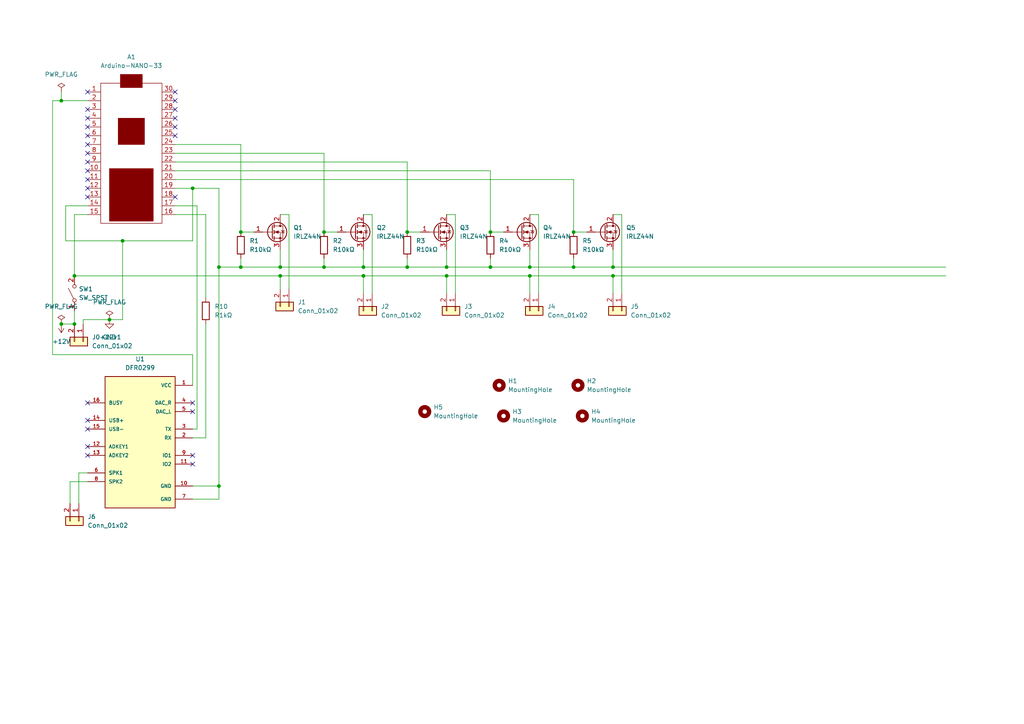
<source format=kicad_sch>
(kicad_sch (version 20211123) (generator eeschema)
  (paper "A4")
  (lib_symbols
    (symbol "Arduino-nano-33:Arduino-NANO-33" (pin_names (offset 1.016) hide)
      (property "Reference" "A1" (at 0 27.94 0))
      (property "Value" "Arduino-NANO-33" (at 0 25.4 0))
      (symbol "Arduino-NANO-33_0_1"
        (rectangle (start -8.89 -20.32) (end 8.89 20.32))
        (rectangle (start -3.81 10.16) (end 3.81 2.54) (fill (type outline)))
        (rectangle (start -3.175 22.86) (end 3.175 19.05) (fill (type outline)))
        (rectangle (start 6.35 -19.685) (end -6.35 -4.445) (fill (type outline)))
      )
      (symbol "Arduino-NANO-33_1_1"
        (pin passive line (at -12.7 17.78 0) (length 3.81) (name "D13~") (number "1"))
        (pin passive line (at -12.7 -5.08 0) (length 3.81) (name "A6") (number "10"))
        (pin passive line (at -12.7 -7.62 0) (length 3.81) (name "A7") (number "11"))
        (pin passive line (at -12.7 -10.16 0) (length 3.81) (name "+5V") (number "12"))
        (pin passive line (at -12.7 -12.7 0) (length 3.81) (name "RESET") (number "13"))
        (pin passive line (at -12.7 -15.24 0) (length 3.81) (name "GND") (number "14"))
        (pin passive line (at -12.7 -17.78 0) (length 3.81) (name "VIN") (number "15"))
        (pin passive line (at 12.7 -17.78 180) (length 3.81) (name "TX") (number "16"))
        (pin passive line (at 12.7 -15.24 180) (length 3.81) (name "RX") (number "17"))
        (pin passive line (at 12.7 -12.7 180) (length 3.81) (name "RESET") (number "18"))
        (pin passive line (at 12.7 -10.16 180) (length 3.81) (name "GND") (number "19"))
        (pin passive line (at -12.7 15.24 0) (length 3.81) (name "+3V3") (number "2"))
        (pin passive line (at 12.7 -7.62 180) (length 3.81) (name "~D2") (number "20"))
        (pin passive line (at 12.7 -5.08 180) (length 3.81) (name "~D3") (number "21"))
        (pin passive line (at 12.7 -2.54 180) (length 3.81) (name "~D4") (number "22"))
        (pin passive line (at 12.7 0 180) (length 3.81) (name "~D5") (number "23"))
        (pin passive line (at 12.7 2.54 180) (length 3.81) (name "~D6") (number "24"))
        (pin passive line (at 12.7 5.08 180) (length 3.81) (name "~D7") (number "25"))
        (pin passive line (at 12.7 7.62 180) (length 3.81) (name "~D8") (number "26"))
        (pin passive line (at 12.7 10.16 180) (length 3.81) (name "~D9") (number "27"))
        (pin passive line (at 12.7 12.7 180) (length 3.81) (name "~D10") (number "28"))
        (pin passive line (at 12.7 15.24 180) (length 3.81) (name "CIPI") (number "29"))
        (pin passive line (at -12.7 12.7 0) (length 3.81) (name "AREF") (number "3"))
        (pin passive line (at 12.7 17.78 180) (length 3.81) (name "CIPO") (number "30"))
        (pin passive line (at -12.7 10.16 0) (length 3.81) (name "A0") (number "4"))
        (pin passive line (at -12.7 7.62 0) (length 3.81) (name "A1") (number "5"))
        (pin passive line (at -12.7 5.08 0) (length 3.81) (name "A2") (number "6"))
        (pin passive line (at -12.7 2.54 0) (length 3.81) (name "A3") (number "7"))
        (pin passive line (at -12.7 0 0) (length 3.81) (name "A4") (number "8"))
        (pin passive line (at -12.7 -2.54 0) (length 3.81) (name "A5") (number "9"))
      )
    )
    (symbol "Connector_Generic:Conn_01x02" (pin_names (offset 1.016) hide)
      (property "Reference" "J" (at 0 2.54 0))
      (property "Value" "Conn_01x02" (at 0 -5.08 0))
      (symbol "Conn_01x02_1_1"
        (rectangle (start -1.27 -2.413) (end 0 -2.667) (stroke (width 0.1524)))
        (rectangle (start -1.27 0.127) (end 0 -0.127) (stroke (width 0.1524)))
        (rectangle (start -1.27 1.27) (end 1.27 -3.81) (stroke (width 0.254)) (fill (type background)))
        (pin passive line (at -5.08 0 0) (length 3.81) (name "Pin_1") (number "1"))
        (pin passive line (at -5.08 -2.54 0) (length 3.81) (name "Pin_2") (number "2"))
      )
    )
    (symbol "DFR0299:DFR0299" (pin_names (offset 1.016))
      (property "Reference" "U1" (at 0 22.86 0))
      (property "Value" "DFR0299" (at 0 20.32 0))
      (symbol "DFR0299_0_0"
        (rectangle (start -10.16 -20.32) (end 10.16 17.78) (stroke (width 0.254)) (fill (type background)))
        (pin power_in line (at 15.24 15.24 180) (length 5.08) (name "VCC") (number "1"))
        (pin passive line (at 15.24 -13.97 180) (length 5.08) (name "GND") (number "10"))
        (pin bidirectional line (at 15.24 -7.62 180) (length 5.08) (name "IO2") (number "11"))
        (pin input line (at -15.24 -2.54 0) (length 5.08) (name "ADKEY1") (number "12"))
        (pin input line (at -15.24 -5.08 0) (length 5.08) (name "ADKEY2") (number "13"))
        (pin input line (at -15.24 5.08 0) (length 5.08) (name "USB+") (number "14"))
        (pin input line (at -15.24 2.54 0) (length 5.08) (name "USB-") (number "15"))
        (pin input line (at -15.24 10.16 0) (length 5.08) (name "BUSY") (number "16"))
        (pin input line (at 15.24 0 180) (length 5.08) (name "RX") (number "2"))
        (pin output line (at 15.24 2.54 180) (length 5.08) (name "TX") (number "3"))
        (pin output line (at 15.24 10.16 180) (length 5.08) (name "DAC_R") (number "4"))
        (pin output line (at 15.24 7.62 180) (length 5.08) (name "DAC_L") (number "5"))
        (pin passive line (at -15.24 -10.16 0) (length 5.08) (name "SPK1") (number "6"))
        (pin passive line (at 15.24 -17.78 180) (length 5.08) (name "GND") (number "7"))
        (pin passive line (at -15.24 -12.7 0) (length 5.08) (name "SPK2") (number "8"))
        (pin bidirectional line (at 15.24 -5.08 180) (length 5.08) (name "IO1") (number "9"))
      )
    )
    (symbol "Device:R" (pin_numbers hide) (pin_names (offset 0))
      (property "Reference" "R" (at 2.032 0 90))
      (property "Value" "R" (at 0 0 90))
      (symbol "R_0_1"
        (rectangle (start -1.016 -2.54) (end 1.016 2.54) (stroke (width 0.254)))
      )
      (symbol "R_1_1"
        (pin passive line (at 0 3.81 270) (length 1.27) (name "~") (number "1"))
        (pin passive line (at 0 -3.81 90) (length 1.27) (name "~") (number "2"))
      )
    )
    (symbol "Mechanical:MountingHole" (pin_names (offset 1.016))
      (property "Reference" "H" (at 0 5.08 0))
      (property "Value" "MountingHole" (at 0 3.175 0))
      (symbol "MountingHole_0_1"
        (circle (center 0 0) (radius 1.27) (stroke (width 1.27)))
      )
    )
    (symbol "Switch:SW_SPST" (pin_names (offset 0) hide)
      (property "Reference" "SW" (at 0 3.175 0))
      (property "Value" "SW_SPST" (at 0 -2.54 0))
      (symbol "SW_SPST_0_0"
        (circle (center -2.032 0) (radius 0.508))
        (polyline (pts (xy -1.524 0.254) (xy 1.524 1.778)))
        (circle (center 2.032 0) (radius 0.508))
      )
      (symbol "SW_SPST_1_1"
        (pin passive line (at -5.08 0 0) (length 2.54) (name "A") (number "1"))
        (pin passive line (at 5.08 0 180) (length 2.54) (name "B") (number "2"))
      )
    )
    (symbol "Transistor_FET:IRLZ44N" (pin_names hide)
      (property "Reference" "Q" (at 6.35 1.905 0))
      (property "Value" "IRLZ44N" (at 6.35 0 0))
      (symbol "IRLZ44N_0_1"
        (polyline (pts (xy 0.254 0) (xy -2.54 0)))
        (polyline (pts (xy 0.254 1.905) (xy 0.254 -1.905)) (stroke (width 0.254)))
        (polyline (pts (xy 0.762 -1.27) (xy 0.762 -2.286)) (stroke (width 0.254)))
        (polyline (pts (xy 0.762 0.508) (xy 0.762 -0.508)) (stroke (width 0.254)))
        (polyline (pts (xy 0.762 2.286) (xy 0.762 1.27)) (stroke (width 0.254)))
        (polyline (pts (xy 2.54 2.54) (xy 2.54 1.778)))
        (polyline (pts (xy 2.54 -2.54) (xy 2.54 0) (xy 0.762 0)))
        (polyline (pts (xy 0.762 -1.778) (xy 3.302 -1.778) (xy 3.302 1.778) (xy 0.762 1.778)))
        (polyline (pts (xy 1.016 0) (xy 2.032 0.381) (xy 2.032 -0.381) (xy 1.016 0)) (fill (type outline)))
        (polyline (pts (xy 2.794 0.508) (xy 2.921 0.381) (xy 3.683 0.381) (xy 3.81 0.254)))
        (polyline (pts (xy 3.302 0.381) (xy 2.921 -0.254) (xy 3.683 -0.254) (xy 3.302 0.381)))
        (circle (center 1.651 0) (radius 2.794) (stroke (width 0.254)))
        (circle (center 2.54 -1.778) (radius 0.254) (fill (type outline)))
        (circle (center 2.54 1.778) (radius 0.254) (fill (type outline)))
      )
      (symbol "IRLZ44N_1_1"
        (pin input line (at -5.08 0 0) (length 2.54) (name "G") (number "1"))
        (pin passive line (at 2.54 5.08 270) (length 2.54) (name "D") (number "2"))
        (pin passive line (at 2.54 -5.08 90) (length 2.54) (name "S") (number "3"))
      )
    )
    (symbol "power:+12V" (power) (pin_names (offset 0))
      (property "Value" "+12V" (at 0 3.556 0))
      (symbol "+12V_0_1"
        (polyline (pts (xy -0.762 1.27) (xy 0 2.54)))
        (polyline (pts (xy 0 0) (xy 0 2.54)))
        (polyline (pts (xy 0 2.54) (xy 0.762 1.27)))
      )
      (symbol "+12V_1_1"
        (pin power_in line (at 0 0 90) (length 0) hide (name "+12V") (number "1"))
      )
    )
    (symbol "power:GND" (power) (pin_names (offset 0))
      (property "Value" "GND" (at 0 -3.81 0))
      (symbol "GND_0_1"
        (polyline (pts (xy 0 0) (xy 0 -1.27) (xy 1.27 -1.27) (xy 0 -2.54) (xy -1.27 -1.27) (xy 0 -1.27)))
      )
      (symbol "GND_1_1"
        (pin power_in line (at 0 0 270) (length 0) hide (name "GND") (number "1"))
      )
    )
    (symbol "power:PWR_FLAG" (power) (pin_numbers hide) (pin_names (offset 0) hide)
      (property "Value" "PWR_FLAG" (at 0 3.81 0))
      (symbol "PWR_FLAG_0_0"
        (pin power_out line (at 0 0 90) (length 0) (name "pwr") (number "1"))
      )
      (symbol "PWR_FLAG_0_1"
        (polyline (pts (xy 0 0) (xy 0 1.27) (xy -1.016 1.905) (xy 0 2.54) (xy 1.016 1.905) (xy 0 1.27)))
      )
    )
  )
  (junction (at 129.54 77.47))
  (junction (at 17.78 29.21))
  (junction (at 69.85 77.47))
  (junction (at 177.8 77.47))
  (junction (at 118.11 67.31))
  (junction (at 93.98 67.31))
  (junction (at 63.5 140.97))
  (junction (at 21.59 80.01))
  (junction (at 177.8 80.01))
  (junction (at 105.41 77.47))
  (junction (at 93.98 77.47))
  (junction (at 129.54 80.01))
  (junction (at 35.56 69.85))
  (junction (at 105.41 80.01))
  (junction (at 21.59 93.98))
  (junction (at 55.88 54.61))
  (junction (at 69.85 67.31))
  (junction (at 153.67 77.47))
  (junction (at 81.28 77.47))
  (junction (at 142.24 77.47))
  (junction (at 142.24 67.31))
  (junction (at 31.75 92.71))
  (junction (at 153.67 80.01))
  (junction (at 118.11 77.47))
  (junction (at 166.37 77.47))
  (junction (at 81.28 80.01))
  (junction (at 17.78 93.98))
  (junction (at 166.37 67.31))
  (junction (at 63.5 77.47))
  (no_connect (at 25.4 26.67))
  (no_connect (at 25.4 52.07))
  (no_connect (at 25.4 44.45))
  (no_connect (at 25.4 46.99))
  (no_connect (at 25.4 49.53))
  (no_connect (at 25.4 31.75))
  (no_connect (at 25.4 34.29))
  (no_connect (at 25.4 36.83))
  (no_connect (at 25.4 39.37))
  (no_connect (at 25.4 41.91))
  (no_connect (at 50.8 29.21))
  (no_connect (at 50.8 26.67))
  (no_connect (at 25.4 54.61))
  (no_connect (at 25.4 57.15))
  (no_connect (at 50.8 57.15))
  (no_connect (at 55.88 134.62))
  (no_connect (at 55.88 132.08))
  (no_connect (at 55.88 116.84))
  (no_connect (at 55.88 119.38))
  (no_connect (at 25.4 121.92))
  (no_connect (at 25.4 116.84))
  (no_connect (at 25.4 129.54))
  (no_connect (at 25.4 124.46))
  (no_connect (at 25.4 132.08))
  (no_connect (at 50.8 39.37))
  (no_connect (at 50.8 36.83))
  (no_connect (at 50.8 34.29))
  (no_connect (at 50.8 31.75))
  (wire (pts (xy 177.8 72.39) (xy 177.8 77.47)))
  (wire (pts (xy 153.67 72.39) (xy 153.67 77.47)))
  (wire (pts (xy 50.8 41.91) (xy 69.85 41.91)))
  (wire (pts (xy 19.05 69.85) (xy 35.56 69.85)))
  (wire (pts (xy 118.11 77.47) (xy 129.54 77.47)))
  (wire (pts (xy 132.08 62.23) (xy 132.08 85.09)))
  (wire (pts (xy 177.8 77.47) (xy 274.32 77.47)))
  (wire (pts (xy 50.8 44.45) (xy 93.98 44.45)))
  (wire (pts (xy 69.85 74.93) (xy 69.85 77.47)))
  (wire (pts (xy 31.75 92.71) (xy 35.56 92.71)))
  (wire (pts (xy 166.37 77.47) (xy 177.8 77.47)))
  (wire (pts (xy 81.28 77.47) (xy 93.98 77.47)))
  (wire (pts (xy 166.37 74.93) (xy 166.37 77.47)))
  (wire (pts (xy 142.24 77.47) (xy 153.67 77.47)))
  (wire (pts (xy 129.54 62.23) (xy 132.08 62.23)))
  (wire (pts (xy 59.69 86.36) (xy 59.69 62.23)))
  (wire (pts (xy 55.88 124.46) (xy 57.15 124.46)))
  (wire (pts (xy 25.4 29.21) (xy 17.78 29.21)))
  (wire (pts (xy 142.24 67.31) (xy 146.05 67.31)))
  (wire (pts (xy 17.78 26.67) (xy 17.78 29.21)))
  (wire (pts (xy 24.13 93.98) (xy 24.13 92.71)))
  (wire (pts (xy 93.98 44.45) (xy 93.98 67.31)))
  (wire (pts (xy 142.24 49.53) (xy 142.24 67.31)))
  (wire (pts (xy 129.54 80.01) (xy 129.54 85.09)))
  (wire (pts (xy 153.67 62.23) (xy 156.21 62.23)))
  (wire (pts (xy 107.95 62.23) (xy 107.95 85.09)))
  (wire (pts (xy 69.85 41.91) (xy 69.85 67.31)))
  (wire (pts (xy 25.4 139.7) (xy 20.32 139.7)))
  (wire (pts (xy 50.8 52.07) (xy 166.37 52.07)))
  (wire (pts (xy 50.8 54.61) (xy 55.88 54.61)))
  (wire (pts (xy 166.37 67.31) (xy 170.18 67.31)))
  (wire (pts (xy 81.28 72.39) (xy 81.28 77.47)))
  (wire (pts (xy 118.11 67.31) (xy 121.92 67.31)))
  (wire (pts (xy 177.8 80.01) (xy 177.8 85.09)))
  (wire (pts (xy 93.98 67.31) (xy 97.79 67.31)))
  (wire (pts (xy 21.59 80.01) (xy 81.28 80.01)))
  (wire (pts (xy 153.67 80.01) (xy 153.67 85.09)))
  (wire (pts (xy 156.21 62.23) (xy 156.21 85.09)))
  (wire (pts (xy 17.78 29.21) (xy 15.24 29.21)))
  (wire (pts (xy 180.34 62.23) (xy 180.34 85.09)))
  (wire (pts (xy 105.41 72.39) (xy 105.41 77.47)))
  (wire (pts (xy 21.59 62.23) (xy 21.59 80.01)))
  (wire (pts (xy 105.41 62.23) (xy 107.95 62.23)))
  (wire (pts (xy 22.86 137.16) (xy 22.86 146.05)))
  (wire (pts (xy 55.88 102.87) (xy 55.88 111.76)))
  (wire (pts (xy 15.24 29.21) (xy 15.24 102.87)))
  (wire (pts (xy 129.54 77.47) (xy 142.24 77.47)))
  (wire (pts (xy 69.85 67.31) (xy 73.66 67.31)))
  (wire (pts (xy 63.5 77.47) (xy 69.85 77.47)))
  (wire (pts (xy 69.85 77.47) (xy 81.28 77.47)))
  (wire (pts (xy 17.78 93.98) (xy 21.59 93.98)))
  (wire (pts (xy 81.28 80.01) (xy 81.28 83.82)))
  (wire (pts (xy 81.28 62.23) (xy 83.82 62.23)))
  (wire (pts (xy 50.8 59.69) (xy 57.15 59.69)))
  (wire (pts (xy 55.88 127) (xy 59.69 127)))
  (wire (pts (xy 93.98 74.93) (xy 93.98 77.47)))
  (wire (pts (xy 35.56 92.71) (xy 35.56 69.85)))
  (wire (pts (xy 15.24 102.87) (xy 55.88 102.87)))
  (wire (pts (xy 63.5 140.97) (xy 63.5 77.47)))
  (wire (pts (xy 83.82 62.23) (xy 83.82 83.82)))
  (wire (pts (xy 81.28 80.01) (xy 105.41 80.01)))
  (wire (pts (xy 55.88 69.85) (xy 55.88 54.61)))
  (wire (pts (xy 59.69 62.23) (xy 50.8 62.23)))
  (wire (pts (xy 63.5 144.78) (xy 63.5 140.97)))
  (wire (pts (xy 25.4 137.16) (xy 22.86 137.16)))
  (wire (pts (xy 25.4 59.69) (xy 19.05 59.69)))
  (wire (pts (xy 118.11 46.99) (xy 118.11 67.31)))
  (wire (pts (xy 55.88 140.97) (xy 63.5 140.97)))
  (wire (pts (xy 63.5 54.61) (xy 63.5 77.47)))
  (wire (pts (xy 166.37 52.07) (xy 166.37 67.31)))
  (wire (pts (xy 20.32 139.7) (xy 20.32 146.05)))
  (wire (pts (xy 105.41 80.01) (xy 105.41 85.09)))
  (wire (pts (xy 129.54 80.01) (xy 153.67 80.01)))
  (wire (pts (xy 129.54 72.39) (xy 129.54 77.47)))
  (wire (pts (xy 142.24 74.93) (xy 142.24 77.47)))
  (wire (pts (xy 177.8 80.01) (xy 274.32 80.01)))
  (wire (pts (xy 25.4 62.23) (xy 21.59 62.23)))
  (wire (pts (xy 19.05 59.69) (xy 19.05 69.85)))
  (wire (pts (xy 35.56 69.85) (xy 55.88 69.85)))
  (wire (pts (xy 50.8 49.53) (xy 142.24 49.53)))
  (wire (pts (xy 177.8 62.23) (xy 180.34 62.23)))
  (wire (pts (xy 55.88 54.61) (xy 63.5 54.61)))
  (wire (pts (xy 57.15 124.46) (xy 57.15 59.69)))
  (wire (pts (xy 153.67 80.01) (xy 177.8 80.01)))
  (wire (pts (xy 118.11 74.93) (xy 118.11 77.47)))
  (wire (pts (xy 59.69 127) (xy 59.69 93.98)))
  (wire (pts (xy 24.13 92.71) (xy 31.75 92.71)))
  (wire (pts (xy 55.88 144.78) (xy 63.5 144.78)))
  (wire (pts (xy 153.67 77.47) (xy 166.37 77.47)))
  (wire (pts (xy 105.41 80.01) (xy 129.54 80.01)))
  (wire (pts (xy 93.98 77.47) (xy 105.41 77.47)))
  (wire (pts (xy 21.59 90.17) (xy 21.59 93.98)))
  (wire (pts (xy 105.41 77.47) (xy 118.11 77.47)))
  (wire (pts (xy 50.8 46.99) (xy 118.11 46.99)))
  (symbol (lib_id "Connector_Generic:Conn_01x02") (at 83.82 88.9 270) (unit 1)
    (property "Reference" "J1" (at 86.36 87.6299 90) (effects (justify left)))
    (property "Value" "Conn_01x02" (at 86.36 90.1699 90) (effects (justify left)))
    (property "Footprint" "Connector_JST:JST_PH_B2B-PH-K_1x02_P2.00mm_Vertical" (effects hide))
  )
  (symbol (lib_id "Mechanical:MountingHole") (at 168.91 120.65 0) (unit 1)
    (property "Reference" "H4" (at 171.45 119.3799 0) (effects (justify left)))
    (property "Value" "MountingHole" (at 171.45 121.9199 0) (effects (justify left)))
    (property "Footprint" "Custom:MountingHole_1.25mm" (effects hide))
  )
  (symbol (lib_id "power:PWR_FLAG") (at 17.78 93.98 0) (unit 1)
    (property "Reference" "#FLG0101" (effects hide))
    (property "Value" "PWR_FLAG" (at 17.78 88.9 0))
  )
  (symbol (lib_id "Mechanical:MountingHole") (at 146.05 120.65 0) (unit 1)
    (property "Reference" "H3" (at 148.59 119.3799 0) (effects (justify left)))
    (property "Value" "MountingHole" (at 148.59 121.9199 0) (effects (justify left)))
    (property "Footprint" "Custom:MountingHole_1.25mm" (effects hide))
  )
  (symbol (lib_id "Transistor_FET:IRLZ44N") (at 78.74 67.31 0) (unit 1)
    (property "Reference" "Q1" (at 85.09 66.0399 0) (effects (justify left)))
    (property "Value" "IRLZ44N" (at 85.09 68.5799 0) (effects (justify left)))
    (property "Footprint" "Package_TO_SOT_THT:TO-220-3_Vertical" (effects hide))
    (property "Datasheet" "http://www.irf.com/product-info/datasheets/data/irlz44n.pdf" (effects hide))
  )
  (symbol (lib_id "power:+12V") (at 17.78 93.98 180) (unit 1)
    (property "Reference" "#PWR0102" (effects hide))
    (property "Value" "+12V" (at 17.78 99.06 0))
  )
  (symbol (lib_id "Mechanical:MountingHole") (at 167.64 111.76 0) (unit 1)
    (property "Reference" "H2" (at 170.18 110.4899 0) (effects (justify left)))
    (property "Value" "MountingHole" (at 170.18 113.0299 0) (effects (justify left)))
    (property "Footprint" "Custom:MountingHole_1.25mm" (effects hide))
  )
  (symbol (lib_id "Arduino-nano-33:Arduino-NANO-33") (at 38.1 44.45 0) (unit 1)
    (property "Reference" "A1" (at 38.1 16.51 0))
    (property "Value" "Arduino-NANO-33" (at 38.1 19.05 0))
    (property "Footprint" "Nano_33:NANO_33_Socket_Castell" (effects hide))
  )
  (symbol (lib_id "Device:R") (at 69.85 71.12 0) (unit 1)
    (property "Reference" "R1" (at 72.39 69.8499 0) (effects (justify left)))
    (property "Value" "R10kΩ" (at 72.39 72.3899 0) (effects (justify left)))
    (property "Footprint" "Resistor_THT:R_Axial_DIN0207_L6.3mm_D2.5mm_P7.62mm_Horizontal" (effects hide))
  )
  (symbol (lib_id "Connector_Generic:Conn_01x02") (at 24.13 99.06 270) (unit 1)
    (property "Reference" "J0+12v1" (at 26.67 97.7899 90) (effects (justify left)))
    (property "Value" "Conn_01x02" (at 26.67 100.3299 90) (effects (justify left)))
    (property "Footprint" "Connector_JST:JST_PH_B2B-PH-K_1x02_P2.00mm_Vertical" (effects hide))
  )
  (symbol (lib_id "Transistor_FET:IRLZ44N") (at 175.26 67.31 0) (unit 1)
    (property "Reference" "Q5" (at 181.61 66.0399 0) (effects (justify left)))
    (property "Value" "IRLZ44N" (at 181.61 68.5799 0) (effects (justify left)))
    (property "Footprint" "Package_TO_SOT_THT:TO-220-3_Vertical" (effects hide))
    (property "Datasheet" "http://www.irf.com/product-info/datasheets/data/irlz44n.pdf" (effects hide))
  )
  (symbol (lib_id "Device:R") (at 142.24 71.12 0) (unit 1)
    (property "Reference" "R4" (at 144.78 69.8499 0) (effects (justify left)))
    (property "Value" "R10kΩ" (at 144.78 72.3899 0) (effects (justify left)))
    (property "Footprint" "Resistor_THT:R_Axial_DIN0207_L6.3mm_D2.5mm_P7.62mm_Horizontal" (effects hide))
  )
  (symbol (lib_id "Mechanical:MountingHole") (at 123.19 119.38 0) (unit 1)
    (property "Reference" "H5" (at 125.73 118.1099 0) (effects (justify left)))
    (property "Value" "MountingHole" (at 125.73 120.6499 0) (effects (justify left)))
    (property "Footprint" "Custom:MountingHole_7.5mm" (effects hide))
  )
  (symbol (lib_id "Device:R") (at 93.98 71.12 0) (unit 1)
    (property "Reference" "R2" (at 96.52 69.8499 0) (effects (justify left)))
    (property "Value" "R10kΩ" (at 96.52 72.3899 0) (effects (justify left)))
    (property "Footprint" "Resistor_THT:R_Axial_DIN0207_L6.3mm_D2.5mm_P7.62mm_Horizontal" (effects hide))
  )
  (symbol (lib_id "Switch:SW_SPST") (at 21.59 85.09 90) (unit 1)
    (property "Reference" "SW1" (at 22.86 83.8199 90) (effects (justify right)))
    (property "Value" "SW_SPST" (at 22.86 86.3599 90) (effects (justify right)))
    (property "Footprint" "Button_Switch_THT:SW_CW_GPTS203211B" (effects hide))
  )
  (symbol (lib_id "Transistor_FET:IRLZ44N") (at 102.87 67.31 0) (unit 1)
    (property "Reference" "Q2" (at 109.22 66.0399 0) (effects (justify left)))
    (property "Value" "IRLZ44N" (at 109.22 68.5799 0) (effects (justify left)))
    (property "Footprint" "Package_TO_SOT_THT:TO-220-3_Vertical" (effects hide))
    (property "Datasheet" "http://www.irf.com/product-info/datasheets/data/irlz44n.pdf" (effects hide))
  )
  (symbol (lib_id "power:PWR_FLAG") (at 31.75 92.71 0) (unit 1)
    (property "Reference" "#FLG0103" (effects hide))
    (property "Value" "PWR_FLAG" (at 31.75 87.63 0))
  )
  (symbol (lib_id "Connector_Generic:Conn_01x02") (at 180.34 90.17 270) (unit 1)
    (property "Reference" "J5" (at 182.88 88.8999 90) (effects (justify left)))
    (property "Value" "Conn_01x02" (at 182.88 91.4399 90) (effects (justify left)))
    (property "Footprint" "Connector_JST:JST_PH_B2B-PH-K_1x02_P2.00mm_Vertical" (effects hide))
  )
  (symbol (lib_id "power:PWR_FLAG") (at 17.78 26.67 0) (unit 1)
    (property "Reference" "#FLG0102" (effects hide))
    (property "Value" "PWR_FLAG" (at 17.78 21.59 0))
  )
  (symbol (lib_id "Transistor_FET:IRLZ44N") (at 127 67.31 0) (unit 1)
    (property "Reference" "Q3" (at 133.35 66.0399 0) (effects (justify left)))
    (property "Value" "IRLZ44N" (at 133.35 68.5799 0) (effects (justify left)))
    (property "Footprint" "Package_TO_SOT_THT:TO-220-3_Vertical" (effects hide))
    (property "Datasheet" "http://www.irf.com/product-info/datasheets/data/irlz44n.pdf" (effects hide))
  )
  (symbol (lib_id "Device:R") (at 59.69 90.17 180) (unit 1)
    (property "Reference" "R10" (at 62.23 88.8999 0) (effects (justify right)))
    (property "Value" "R1kΩ" (at 62.23 91.4399 0) (effects (justify right)))
    (property "Footprint" "Resistor_THT:R_Axial_DIN0207_L6.3mm_D2.5mm_P7.62mm_Horizontal" (effects hide))
  )
  (symbol (lib_id "Connector_Generic:Conn_01x02") (at 132.08 90.17 270) (unit 1)
    (property "Reference" "J3" (at 134.62 88.8999 90) (effects (justify left)))
    (property "Value" "Conn_01x02" (at 134.62 91.4399 90) (effects (justify left)))
    (property "Footprint" "Connector_JST:JST_PH_B2B-PH-K_1x02_P2.00mm_Vertical" (effects hide))
  )
  (symbol (lib_id "power:GND") (at 31.75 92.71 0) (unit 1)
    (property "Reference" "#PWR0101" (effects hide))
    (property "Value" "GND" (at 31.75 97.79 0))
  )
  (symbol (lib_id "Device:R") (at 118.11 71.12 0) (unit 1)
    (property "Reference" "R3" (at 120.65 69.8499 0) (effects (justify left)))
    (property "Value" "R10kΩ" (at 120.65 72.3899 0) (effects (justify left)))
    (property "Footprint" "Resistor_THT:R_Axial_DIN0207_L6.3mm_D2.5mm_P7.62mm_Horizontal" (effects hide))
  )
  (symbol (lib_id "DFR0299:DFR0299") (at 40.64 127 0) (unit 1)
    (property "Reference" "U1" (at 40.64 104.14 0))
    (property "Value" "DFR0299" (at 40.64 106.68 0))
    (property "Footprint" "DFPlayer:MODULE_DFR0299" (effects hide))
    (property "DESCRIPTION" "Dfplayer - a Mini Mp3 Player" (effects hide))
    (property "MP" "DFR0299" (effects hide))
    (property "PACKAGE" "None" (effects hide))
    (property "PRICE" "None" (effects hide))
    (property "AVAILABILITY" "Unavailable" (effects hide))
    (property "MF" "DFRobot" (effects hide))
  )
  (symbol (lib_id "Transistor_FET:IRLZ44N") (at 151.13 67.31 0) (unit 1)
    (property "Reference" "Q4" (at 157.48 66.0399 0) (effects (justify left)))
    (property "Value" "IRLZ44N" (at 157.48 68.5799 0) (effects (justify left)))
    (property "Footprint" "Package_TO_SOT_THT:TO-220-3_Vertical" (effects hide))
    (property "Datasheet" "http://www.irf.com/product-info/datasheets/data/irlz44n.pdf" (effects hide))
  )
  (symbol (lib_id "Mechanical:MountingHole") (at 144.78 111.76 0) (unit 1)
    (property "Reference" "H1" (at 147.32 110.4899 0) (effects (justify left)))
    (property "Value" "MountingHole" (at 147.32 113.0299 0) (effects (justify left)))
    (property "Footprint" "Custom:MountingHole_1.25mm" (effects hide))
  )
  (symbol (lib_id "Connector_Generic:Conn_01x02") (at 107.95 90.17 270) (unit 1)
    (property "Reference" "J2" (at 110.49 88.8999 90) (effects (justify left)))
    (property "Value" "Conn_01x02" (at 110.49 91.4399 90) (effects (justify left)))
    (property "Footprint" "Connector_JST:JST_PH_B2B-PH-K_1x02_P2.00mm_Vertical" (effects hide))
  )
  (symbol (lib_id "Device:R") (at 166.37 71.12 0) (unit 1)
    (property "Reference" "R5" (at 168.91 69.8499 0) (effects (justify left)))
    (property "Value" "R10kΩ" (at 168.91 72.3899 0) (effects (justify left)))
    (property "Footprint" "Resistor_THT:R_Axial_DIN0207_L6.3mm_D2.5mm_P7.62mm_Horizontal" (effects hide))
  )
  (symbol (lib_id "Connector_Generic:Conn_01x02") (at 156.21 90.17 270) (unit 1)
    (property "Reference" "J4" (at 158.75 88.8999 90) (effects (justify left)))
    (property "Value" "Conn_01x02" (at 158.75 91.4399 90) (effects (justify left)))
    (property "Footprint" "Connector_JST:JST_PH_B2B-PH-K_1x02_P2.00mm_Vertical" (effects hide))
  )
  (symbol (lib_id "Connector_Generic:Conn_01x02") (at 22.86 151.13 270) (unit 1)
    (property "Reference" "J6" (at 25.4 149.8599 90) (effects (justify left)))
    (property "Value" "Conn_01x02" (at 25.4 152.3999 90) (effects (justify left)))
    (property "Footprint" "Connector_JST:JST_PH_B2B-PH-K_1x02_P2.00mm_Vertical" (effects hide))
  )
)
</source>
